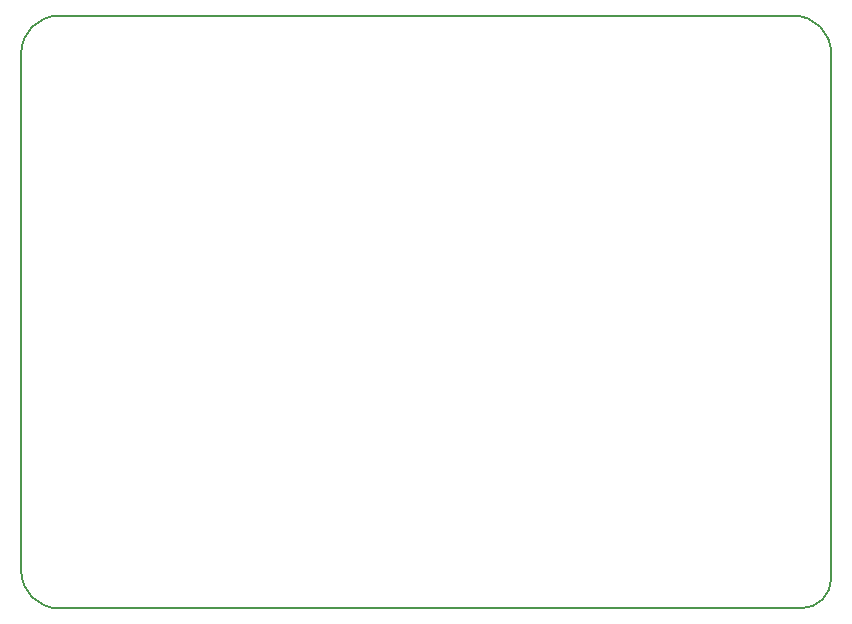
<source format=gbr>
G04 #@! TF.FileFunction,Profile,NP*
%FSLAX46Y46*%
G04 Gerber Fmt 4.6, Leading zero omitted, Abs format (unit mm)*
G04 Created by KiCad (PCBNEW 4.0.6) date Tuesday, 06 June 2017 'AMt' 07:50:46*
%MOMM*%
%LPD*%
G01*
G04 APERTURE LIST*
%ADD10C,0.100000*%
%ADD11C,0.150000*%
G04 APERTURE END LIST*
D10*
D11*
X118745000Y-123825000D02*
X181610000Y-123825000D01*
X181610000Y-123825000D02*
G75*
G03X184150000Y-121285000I0J2540000D01*
G01*
X115570000Y-120650000D02*
G75*
G03X118745000Y-123825000I3175000J0D01*
G01*
X118745000Y-73660000D02*
G75*
G03X115570000Y-76835000I0J-3175000D01*
G01*
X184150000Y-76835000D02*
X184150000Y-77470000D01*
X184150000Y-76835000D02*
G75*
G03X180975000Y-73660000I-3175000J0D01*
G01*
X184150000Y-77470000D02*
X184150000Y-121285000D01*
X115570000Y-76835000D02*
X115570000Y-120650000D01*
X118745000Y-73660000D02*
X180975000Y-73660000D01*
M02*

</source>
